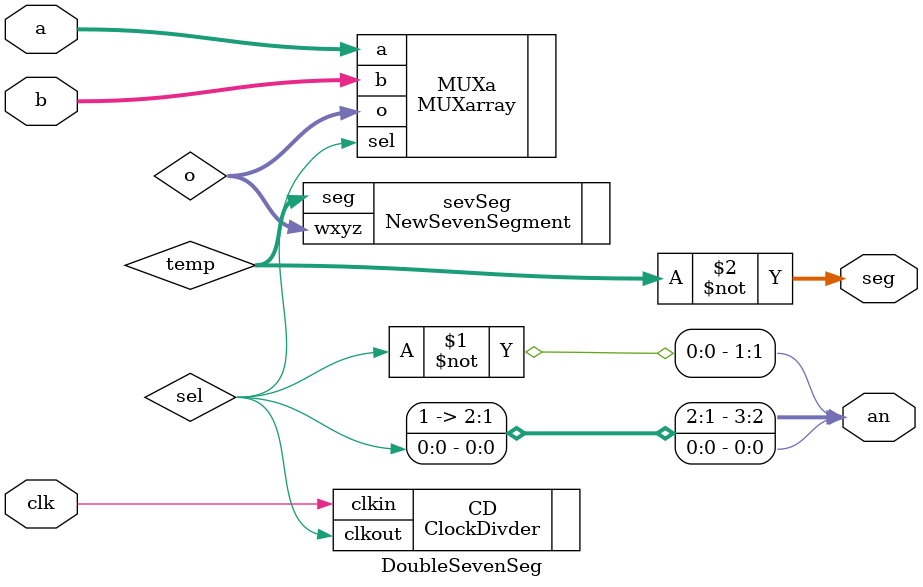
<source format=v>
`timescale 1ns / 1ps


module DoubleSevenSeg(
    input[3:0] a,
    input [3:0]b,
    input clk,
    output [3:0]an,
    output [6:0]seg
    );
    wire sel;
    wire [3:0] o;
    wire [6:0] temp;
    MUXarray MUXa(
    .sel(sel),
    .a(a),
    .b(b),
    .o(o)
    );
    NewSevenSegment sevSeg(
    .wxyz(o),
    .seg(temp)
    );
    assign an[0] = sel;
    assign an[1] = ~sel;
    assign an[2] = 1;
    assign an[3] = 1; 
    assign seg = ~temp;
    ClockDivder #(.PRESCALER(50000)) CD(
        .clkin(clk),
        .clkout(sel)
    );
    
endmodule

</source>
